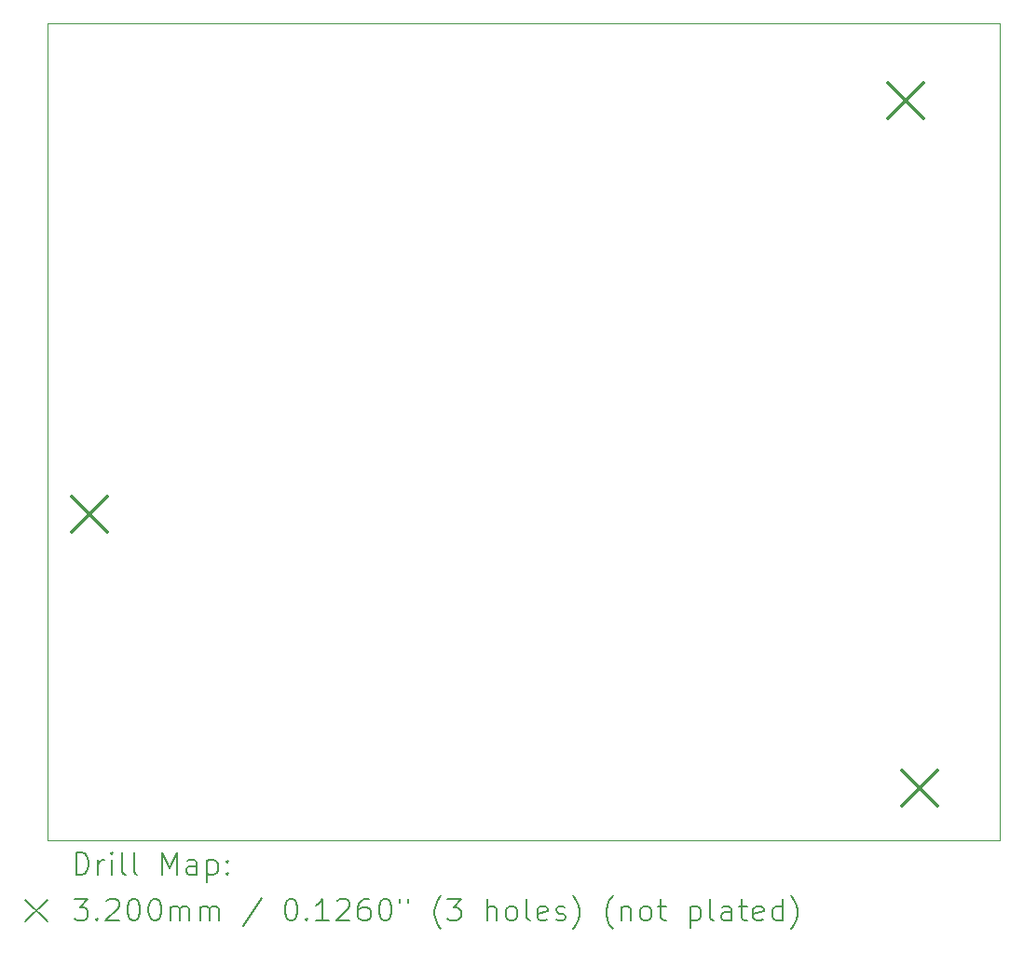
<source format=gbr>
%TF.GenerationSoftware,KiCad,Pcbnew,8.0.8-8.0.8-0~ubuntu20.04.1*%
%TF.CreationDate,2025-01-23T22:30:17-05:00*%
%TF.ProjectId,sub_pcb,7375625f-7063-4622-9e6b-696361645f70,rev?*%
%TF.SameCoordinates,Original*%
%TF.FileFunction,Drillmap*%
%TF.FilePolarity,Positive*%
%FSLAX45Y45*%
G04 Gerber Fmt 4.5, Leading zero omitted, Abs format (unit mm)*
G04 Created by KiCad (PCBNEW 8.0.8-8.0.8-0~ubuntu20.04.1) date 2025-01-23 22:30:17*
%MOMM*%
%LPD*%
G01*
G04 APERTURE LIST*
%ADD10C,0.050000*%
%ADD11C,0.200000*%
%ADD12C,0.320000*%
G04 APERTURE END LIST*
D10*
X7950000Y-2700000D02*
X8200000Y-2700000D01*
X7950000Y-10125000D02*
X7950000Y-2700000D01*
X16600000Y-10125000D02*
X7950000Y-10125000D01*
X16600000Y-2700000D02*
X16600000Y-10125000D01*
X8200000Y-2700000D02*
X16600000Y-2700000D01*
D11*
D12*
X8171200Y-7002800D02*
X8491200Y-7322800D01*
X8491200Y-7002800D02*
X8171200Y-7322800D01*
X15588000Y-3243600D02*
X15908000Y-3563600D01*
X15908000Y-3243600D02*
X15588000Y-3563600D01*
X15715000Y-9490000D02*
X16035000Y-9810000D01*
X16035000Y-9490000D02*
X15715000Y-9810000D01*
D11*
X8208277Y-10438984D02*
X8208277Y-10238984D01*
X8208277Y-10238984D02*
X8255896Y-10238984D01*
X8255896Y-10238984D02*
X8284467Y-10248508D01*
X8284467Y-10248508D02*
X8303515Y-10267555D01*
X8303515Y-10267555D02*
X8313039Y-10286603D01*
X8313039Y-10286603D02*
X8322562Y-10324698D01*
X8322562Y-10324698D02*
X8322562Y-10353270D01*
X8322562Y-10353270D02*
X8313039Y-10391365D01*
X8313039Y-10391365D02*
X8303515Y-10410412D01*
X8303515Y-10410412D02*
X8284467Y-10429460D01*
X8284467Y-10429460D02*
X8255896Y-10438984D01*
X8255896Y-10438984D02*
X8208277Y-10438984D01*
X8408277Y-10438984D02*
X8408277Y-10305650D01*
X8408277Y-10343746D02*
X8417801Y-10324698D01*
X8417801Y-10324698D02*
X8427324Y-10315174D01*
X8427324Y-10315174D02*
X8446372Y-10305650D01*
X8446372Y-10305650D02*
X8465420Y-10305650D01*
X8532086Y-10438984D02*
X8532086Y-10305650D01*
X8532086Y-10238984D02*
X8522563Y-10248508D01*
X8522563Y-10248508D02*
X8532086Y-10258031D01*
X8532086Y-10258031D02*
X8541610Y-10248508D01*
X8541610Y-10248508D02*
X8532086Y-10238984D01*
X8532086Y-10238984D02*
X8532086Y-10258031D01*
X8655896Y-10438984D02*
X8636848Y-10429460D01*
X8636848Y-10429460D02*
X8627324Y-10410412D01*
X8627324Y-10410412D02*
X8627324Y-10238984D01*
X8760658Y-10438984D02*
X8741610Y-10429460D01*
X8741610Y-10429460D02*
X8732086Y-10410412D01*
X8732086Y-10410412D02*
X8732086Y-10238984D01*
X8989229Y-10438984D02*
X8989229Y-10238984D01*
X8989229Y-10238984D02*
X9055896Y-10381841D01*
X9055896Y-10381841D02*
X9122563Y-10238984D01*
X9122563Y-10238984D02*
X9122563Y-10438984D01*
X9303515Y-10438984D02*
X9303515Y-10334222D01*
X9303515Y-10334222D02*
X9293991Y-10315174D01*
X9293991Y-10315174D02*
X9274944Y-10305650D01*
X9274944Y-10305650D02*
X9236848Y-10305650D01*
X9236848Y-10305650D02*
X9217801Y-10315174D01*
X9303515Y-10429460D02*
X9284467Y-10438984D01*
X9284467Y-10438984D02*
X9236848Y-10438984D01*
X9236848Y-10438984D02*
X9217801Y-10429460D01*
X9217801Y-10429460D02*
X9208277Y-10410412D01*
X9208277Y-10410412D02*
X9208277Y-10391365D01*
X9208277Y-10391365D02*
X9217801Y-10372317D01*
X9217801Y-10372317D02*
X9236848Y-10362793D01*
X9236848Y-10362793D02*
X9284467Y-10362793D01*
X9284467Y-10362793D02*
X9303515Y-10353270D01*
X9398753Y-10305650D02*
X9398753Y-10505650D01*
X9398753Y-10315174D02*
X9417801Y-10305650D01*
X9417801Y-10305650D02*
X9455896Y-10305650D01*
X9455896Y-10305650D02*
X9474944Y-10315174D01*
X9474944Y-10315174D02*
X9484467Y-10324698D01*
X9484467Y-10324698D02*
X9493991Y-10343746D01*
X9493991Y-10343746D02*
X9493991Y-10400889D01*
X9493991Y-10400889D02*
X9484467Y-10419936D01*
X9484467Y-10419936D02*
X9474944Y-10429460D01*
X9474944Y-10429460D02*
X9455896Y-10438984D01*
X9455896Y-10438984D02*
X9417801Y-10438984D01*
X9417801Y-10438984D02*
X9398753Y-10429460D01*
X9579705Y-10419936D02*
X9589229Y-10429460D01*
X9589229Y-10429460D02*
X9579705Y-10438984D01*
X9579705Y-10438984D02*
X9570182Y-10429460D01*
X9570182Y-10429460D02*
X9579705Y-10419936D01*
X9579705Y-10419936D02*
X9579705Y-10438984D01*
X9579705Y-10315174D02*
X9589229Y-10324698D01*
X9589229Y-10324698D02*
X9579705Y-10334222D01*
X9579705Y-10334222D02*
X9570182Y-10324698D01*
X9570182Y-10324698D02*
X9579705Y-10315174D01*
X9579705Y-10315174D02*
X9579705Y-10334222D01*
X7747500Y-10667500D02*
X7947500Y-10867500D01*
X7947500Y-10667500D02*
X7747500Y-10867500D01*
X8189229Y-10658984D02*
X8313039Y-10658984D01*
X8313039Y-10658984D02*
X8246372Y-10735174D01*
X8246372Y-10735174D02*
X8274943Y-10735174D01*
X8274943Y-10735174D02*
X8293991Y-10744698D01*
X8293991Y-10744698D02*
X8303515Y-10754222D01*
X8303515Y-10754222D02*
X8313039Y-10773270D01*
X8313039Y-10773270D02*
X8313039Y-10820889D01*
X8313039Y-10820889D02*
X8303515Y-10839936D01*
X8303515Y-10839936D02*
X8293991Y-10849460D01*
X8293991Y-10849460D02*
X8274943Y-10858984D01*
X8274943Y-10858984D02*
X8217801Y-10858984D01*
X8217801Y-10858984D02*
X8198753Y-10849460D01*
X8198753Y-10849460D02*
X8189229Y-10839936D01*
X8398753Y-10839936D02*
X8408277Y-10849460D01*
X8408277Y-10849460D02*
X8398753Y-10858984D01*
X8398753Y-10858984D02*
X8389229Y-10849460D01*
X8389229Y-10849460D02*
X8398753Y-10839936D01*
X8398753Y-10839936D02*
X8398753Y-10858984D01*
X8484467Y-10678031D02*
X8493991Y-10668508D01*
X8493991Y-10668508D02*
X8513039Y-10658984D01*
X8513039Y-10658984D02*
X8560658Y-10658984D01*
X8560658Y-10658984D02*
X8579705Y-10668508D01*
X8579705Y-10668508D02*
X8589229Y-10678031D01*
X8589229Y-10678031D02*
X8598753Y-10697079D01*
X8598753Y-10697079D02*
X8598753Y-10716127D01*
X8598753Y-10716127D02*
X8589229Y-10744698D01*
X8589229Y-10744698D02*
X8474944Y-10858984D01*
X8474944Y-10858984D02*
X8598753Y-10858984D01*
X8722563Y-10658984D02*
X8741610Y-10658984D01*
X8741610Y-10658984D02*
X8760658Y-10668508D01*
X8760658Y-10668508D02*
X8770182Y-10678031D01*
X8770182Y-10678031D02*
X8779705Y-10697079D01*
X8779705Y-10697079D02*
X8789229Y-10735174D01*
X8789229Y-10735174D02*
X8789229Y-10782793D01*
X8789229Y-10782793D02*
X8779705Y-10820889D01*
X8779705Y-10820889D02*
X8770182Y-10839936D01*
X8770182Y-10839936D02*
X8760658Y-10849460D01*
X8760658Y-10849460D02*
X8741610Y-10858984D01*
X8741610Y-10858984D02*
X8722563Y-10858984D01*
X8722563Y-10858984D02*
X8703515Y-10849460D01*
X8703515Y-10849460D02*
X8693991Y-10839936D01*
X8693991Y-10839936D02*
X8684467Y-10820889D01*
X8684467Y-10820889D02*
X8674944Y-10782793D01*
X8674944Y-10782793D02*
X8674944Y-10735174D01*
X8674944Y-10735174D02*
X8684467Y-10697079D01*
X8684467Y-10697079D02*
X8693991Y-10678031D01*
X8693991Y-10678031D02*
X8703515Y-10668508D01*
X8703515Y-10668508D02*
X8722563Y-10658984D01*
X8913039Y-10658984D02*
X8932086Y-10658984D01*
X8932086Y-10658984D02*
X8951134Y-10668508D01*
X8951134Y-10668508D02*
X8960658Y-10678031D01*
X8960658Y-10678031D02*
X8970182Y-10697079D01*
X8970182Y-10697079D02*
X8979705Y-10735174D01*
X8979705Y-10735174D02*
X8979705Y-10782793D01*
X8979705Y-10782793D02*
X8970182Y-10820889D01*
X8970182Y-10820889D02*
X8960658Y-10839936D01*
X8960658Y-10839936D02*
X8951134Y-10849460D01*
X8951134Y-10849460D02*
X8932086Y-10858984D01*
X8932086Y-10858984D02*
X8913039Y-10858984D01*
X8913039Y-10858984D02*
X8893991Y-10849460D01*
X8893991Y-10849460D02*
X8884467Y-10839936D01*
X8884467Y-10839936D02*
X8874944Y-10820889D01*
X8874944Y-10820889D02*
X8865420Y-10782793D01*
X8865420Y-10782793D02*
X8865420Y-10735174D01*
X8865420Y-10735174D02*
X8874944Y-10697079D01*
X8874944Y-10697079D02*
X8884467Y-10678031D01*
X8884467Y-10678031D02*
X8893991Y-10668508D01*
X8893991Y-10668508D02*
X8913039Y-10658984D01*
X9065420Y-10858984D02*
X9065420Y-10725650D01*
X9065420Y-10744698D02*
X9074944Y-10735174D01*
X9074944Y-10735174D02*
X9093991Y-10725650D01*
X9093991Y-10725650D02*
X9122563Y-10725650D01*
X9122563Y-10725650D02*
X9141610Y-10735174D01*
X9141610Y-10735174D02*
X9151134Y-10754222D01*
X9151134Y-10754222D02*
X9151134Y-10858984D01*
X9151134Y-10754222D02*
X9160658Y-10735174D01*
X9160658Y-10735174D02*
X9179705Y-10725650D01*
X9179705Y-10725650D02*
X9208277Y-10725650D01*
X9208277Y-10725650D02*
X9227325Y-10735174D01*
X9227325Y-10735174D02*
X9236848Y-10754222D01*
X9236848Y-10754222D02*
X9236848Y-10858984D01*
X9332086Y-10858984D02*
X9332086Y-10725650D01*
X9332086Y-10744698D02*
X9341610Y-10735174D01*
X9341610Y-10735174D02*
X9360658Y-10725650D01*
X9360658Y-10725650D02*
X9389229Y-10725650D01*
X9389229Y-10725650D02*
X9408277Y-10735174D01*
X9408277Y-10735174D02*
X9417801Y-10754222D01*
X9417801Y-10754222D02*
X9417801Y-10858984D01*
X9417801Y-10754222D02*
X9427325Y-10735174D01*
X9427325Y-10735174D02*
X9446372Y-10725650D01*
X9446372Y-10725650D02*
X9474944Y-10725650D01*
X9474944Y-10725650D02*
X9493991Y-10735174D01*
X9493991Y-10735174D02*
X9503515Y-10754222D01*
X9503515Y-10754222D02*
X9503515Y-10858984D01*
X9893991Y-10649460D02*
X9722563Y-10906603D01*
X10151134Y-10658984D02*
X10170182Y-10658984D01*
X10170182Y-10658984D02*
X10189229Y-10668508D01*
X10189229Y-10668508D02*
X10198753Y-10678031D01*
X10198753Y-10678031D02*
X10208277Y-10697079D01*
X10208277Y-10697079D02*
X10217801Y-10735174D01*
X10217801Y-10735174D02*
X10217801Y-10782793D01*
X10217801Y-10782793D02*
X10208277Y-10820889D01*
X10208277Y-10820889D02*
X10198753Y-10839936D01*
X10198753Y-10839936D02*
X10189229Y-10849460D01*
X10189229Y-10849460D02*
X10170182Y-10858984D01*
X10170182Y-10858984D02*
X10151134Y-10858984D01*
X10151134Y-10858984D02*
X10132087Y-10849460D01*
X10132087Y-10849460D02*
X10122563Y-10839936D01*
X10122563Y-10839936D02*
X10113039Y-10820889D01*
X10113039Y-10820889D02*
X10103515Y-10782793D01*
X10103515Y-10782793D02*
X10103515Y-10735174D01*
X10103515Y-10735174D02*
X10113039Y-10697079D01*
X10113039Y-10697079D02*
X10122563Y-10678031D01*
X10122563Y-10678031D02*
X10132087Y-10668508D01*
X10132087Y-10668508D02*
X10151134Y-10658984D01*
X10303515Y-10839936D02*
X10313039Y-10849460D01*
X10313039Y-10849460D02*
X10303515Y-10858984D01*
X10303515Y-10858984D02*
X10293991Y-10849460D01*
X10293991Y-10849460D02*
X10303515Y-10839936D01*
X10303515Y-10839936D02*
X10303515Y-10858984D01*
X10503515Y-10858984D02*
X10389229Y-10858984D01*
X10446372Y-10858984D02*
X10446372Y-10658984D01*
X10446372Y-10658984D02*
X10427325Y-10687555D01*
X10427325Y-10687555D02*
X10408277Y-10706603D01*
X10408277Y-10706603D02*
X10389229Y-10716127D01*
X10579706Y-10678031D02*
X10589229Y-10668508D01*
X10589229Y-10668508D02*
X10608277Y-10658984D01*
X10608277Y-10658984D02*
X10655896Y-10658984D01*
X10655896Y-10658984D02*
X10674944Y-10668508D01*
X10674944Y-10668508D02*
X10684468Y-10678031D01*
X10684468Y-10678031D02*
X10693991Y-10697079D01*
X10693991Y-10697079D02*
X10693991Y-10716127D01*
X10693991Y-10716127D02*
X10684468Y-10744698D01*
X10684468Y-10744698D02*
X10570182Y-10858984D01*
X10570182Y-10858984D02*
X10693991Y-10858984D01*
X10865420Y-10658984D02*
X10827325Y-10658984D01*
X10827325Y-10658984D02*
X10808277Y-10668508D01*
X10808277Y-10668508D02*
X10798753Y-10678031D01*
X10798753Y-10678031D02*
X10779706Y-10706603D01*
X10779706Y-10706603D02*
X10770182Y-10744698D01*
X10770182Y-10744698D02*
X10770182Y-10820889D01*
X10770182Y-10820889D02*
X10779706Y-10839936D01*
X10779706Y-10839936D02*
X10789229Y-10849460D01*
X10789229Y-10849460D02*
X10808277Y-10858984D01*
X10808277Y-10858984D02*
X10846372Y-10858984D01*
X10846372Y-10858984D02*
X10865420Y-10849460D01*
X10865420Y-10849460D02*
X10874944Y-10839936D01*
X10874944Y-10839936D02*
X10884468Y-10820889D01*
X10884468Y-10820889D02*
X10884468Y-10773270D01*
X10884468Y-10773270D02*
X10874944Y-10754222D01*
X10874944Y-10754222D02*
X10865420Y-10744698D01*
X10865420Y-10744698D02*
X10846372Y-10735174D01*
X10846372Y-10735174D02*
X10808277Y-10735174D01*
X10808277Y-10735174D02*
X10789229Y-10744698D01*
X10789229Y-10744698D02*
X10779706Y-10754222D01*
X10779706Y-10754222D02*
X10770182Y-10773270D01*
X11008277Y-10658984D02*
X11027325Y-10658984D01*
X11027325Y-10658984D02*
X11046372Y-10668508D01*
X11046372Y-10668508D02*
X11055896Y-10678031D01*
X11055896Y-10678031D02*
X11065420Y-10697079D01*
X11065420Y-10697079D02*
X11074944Y-10735174D01*
X11074944Y-10735174D02*
X11074944Y-10782793D01*
X11074944Y-10782793D02*
X11065420Y-10820889D01*
X11065420Y-10820889D02*
X11055896Y-10839936D01*
X11055896Y-10839936D02*
X11046372Y-10849460D01*
X11046372Y-10849460D02*
X11027325Y-10858984D01*
X11027325Y-10858984D02*
X11008277Y-10858984D01*
X11008277Y-10858984D02*
X10989229Y-10849460D01*
X10989229Y-10849460D02*
X10979706Y-10839936D01*
X10979706Y-10839936D02*
X10970182Y-10820889D01*
X10970182Y-10820889D02*
X10960658Y-10782793D01*
X10960658Y-10782793D02*
X10960658Y-10735174D01*
X10960658Y-10735174D02*
X10970182Y-10697079D01*
X10970182Y-10697079D02*
X10979706Y-10678031D01*
X10979706Y-10678031D02*
X10989229Y-10668508D01*
X10989229Y-10668508D02*
X11008277Y-10658984D01*
X11151134Y-10658984D02*
X11151134Y-10697079D01*
X11227325Y-10658984D02*
X11227325Y-10697079D01*
X11522563Y-10935174D02*
X11513039Y-10925650D01*
X11513039Y-10925650D02*
X11493991Y-10897079D01*
X11493991Y-10897079D02*
X11484468Y-10878031D01*
X11484468Y-10878031D02*
X11474944Y-10849460D01*
X11474944Y-10849460D02*
X11465420Y-10801841D01*
X11465420Y-10801841D02*
X11465420Y-10763746D01*
X11465420Y-10763746D02*
X11474944Y-10716127D01*
X11474944Y-10716127D02*
X11484468Y-10687555D01*
X11484468Y-10687555D02*
X11493991Y-10668508D01*
X11493991Y-10668508D02*
X11513039Y-10639936D01*
X11513039Y-10639936D02*
X11522563Y-10630412D01*
X11579706Y-10658984D02*
X11703515Y-10658984D01*
X11703515Y-10658984D02*
X11636848Y-10735174D01*
X11636848Y-10735174D02*
X11665420Y-10735174D01*
X11665420Y-10735174D02*
X11684468Y-10744698D01*
X11684468Y-10744698D02*
X11693991Y-10754222D01*
X11693991Y-10754222D02*
X11703515Y-10773270D01*
X11703515Y-10773270D02*
X11703515Y-10820889D01*
X11703515Y-10820889D02*
X11693991Y-10839936D01*
X11693991Y-10839936D02*
X11684468Y-10849460D01*
X11684468Y-10849460D02*
X11665420Y-10858984D01*
X11665420Y-10858984D02*
X11608277Y-10858984D01*
X11608277Y-10858984D02*
X11589229Y-10849460D01*
X11589229Y-10849460D02*
X11579706Y-10839936D01*
X11941610Y-10858984D02*
X11941610Y-10658984D01*
X12027325Y-10858984D02*
X12027325Y-10754222D01*
X12027325Y-10754222D02*
X12017801Y-10735174D01*
X12017801Y-10735174D02*
X11998753Y-10725650D01*
X11998753Y-10725650D02*
X11970182Y-10725650D01*
X11970182Y-10725650D02*
X11951134Y-10735174D01*
X11951134Y-10735174D02*
X11941610Y-10744698D01*
X12151134Y-10858984D02*
X12132087Y-10849460D01*
X12132087Y-10849460D02*
X12122563Y-10839936D01*
X12122563Y-10839936D02*
X12113039Y-10820889D01*
X12113039Y-10820889D02*
X12113039Y-10763746D01*
X12113039Y-10763746D02*
X12122563Y-10744698D01*
X12122563Y-10744698D02*
X12132087Y-10735174D01*
X12132087Y-10735174D02*
X12151134Y-10725650D01*
X12151134Y-10725650D02*
X12179706Y-10725650D01*
X12179706Y-10725650D02*
X12198753Y-10735174D01*
X12198753Y-10735174D02*
X12208277Y-10744698D01*
X12208277Y-10744698D02*
X12217801Y-10763746D01*
X12217801Y-10763746D02*
X12217801Y-10820889D01*
X12217801Y-10820889D02*
X12208277Y-10839936D01*
X12208277Y-10839936D02*
X12198753Y-10849460D01*
X12198753Y-10849460D02*
X12179706Y-10858984D01*
X12179706Y-10858984D02*
X12151134Y-10858984D01*
X12332087Y-10858984D02*
X12313039Y-10849460D01*
X12313039Y-10849460D02*
X12303515Y-10830412D01*
X12303515Y-10830412D02*
X12303515Y-10658984D01*
X12484468Y-10849460D02*
X12465420Y-10858984D01*
X12465420Y-10858984D02*
X12427325Y-10858984D01*
X12427325Y-10858984D02*
X12408277Y-10849460D01*
X12408277Y-10849460D02*
X12398753Y-10830412D01*
X12398753Y-10830412D02*
X12398753Y-10754222D01*
X12398753Y-10754222D02*
X12408277Y-10735174D01*
X12408277Y-10735174D02*
X12427325Y-10725650D01*
X12427325Y-10725650D02*
X12465420Y-10725650D01*
X12465420Y-10725650D02*
X12484468Y-10735174D01*
X12484468Y-10735174D02*
X12493991Y-10754222D01*
X12493991Y-10754222D02*
X12493991Y-10773270D01*
X12493991Y-10773270D02*
X12398753Y-10792317D01*
X12570182Y-10849460D02*
X12589230Y-10858984D01*
X12589230Y-10858984D02*
X12627325Y-10858984D01*
X12627325Y-10858984D02*
X12646372Y-10849460D01*
X12646372Y-10849460D02*
X12655896Y-10830412D01*
X12655896Y-10830412D02*
X12655896Y-10820889D01*
X12655896Y-10820889D02*
X12646372Y-10801841D01*
X12646372Y-10801841D02*
X12627325Y-10792317D01*
X12627325Y-10792317D02*
X12598753Y-10792317D01*
X12598753Y-10792317D02*
X12579706Y-10782793D01*
X12579706Y-10782793D02*
X12570182Y-10763746D01*
X12570182Y-10763746D02*
X12570182Y-10754222D01*
X12570182Y-10754222D02*
X12579706Y-10735174D01*
X12579706Y-10735174D02*
X12598753Y-10725650D01*
X12598753Y-10725650D02*
X12627325Y-10725650D01*
X12627325Y-10725650D02*
X12646372Y-10735174D01*
X12722563Y-10935174D02*
X12732087Y-10925650D01*
X12732087Y-10925650D02*
X12751134Y-10897079D01*
X12751134Y-10897079D02*
X12760658Y-10878031D01*
X12760658Y-10878031D02*
X12770182Y-10849460D01*
X12770182Y-10849460D02*
X12779706Y-10801841D01*
X12779706Y-10801841D02*
X12779706Y-10763746D01*
X12779706Y-10763746D02*
X12770182Y-10716127D01*
X12770182Y-10716127D02*
X12760658Y-10687555D01*
X12760658Y-10687555D02*
X12751134Y-10668508D01*
X12751134Y-10668508D02*
X12732087Y-10639936D01*
X12732087Y-10639936D02*
X12722563Y-10630412D01*
X13084468Y-10935174D02*
X13074944Y-10925650D01*
X13074944Y-10925650D02*
X13055896Y-10897079D01*
X13055896Y-10897079D02*
X13046372Y-10878031D01*
X13046372Y-10878031D02*
X13036849Y-10849460D01*
X13036849Y-10849460D02*
X13027325Y-10801841D01*
X13027325Y-10801841D02*
X13027325Y-10763746D01*
X13027325Y-10763746D02*
X13036849Y-10716127D01*
X13036849Y-10716127D02*
X13046372Y-10687555D01*
X13046372Y-10687555D02*
X13055896Y-10668508D01*
X13055896Y-10668508D02*
X13074944Y-10639936D01*
X13074944Y-10639936D02*
X13084468Y-10630412D01*
X13160658Y-10725650D02*
X13160658Y-10858984D01*
X13160658Y-10744698D02*
X13170182Y-10735174D01*
X13170182Y-10735174D02*
X13189230Y-10725650D01*
X13189230Y-10725650D02*
X13217801Y-10725650D01*
X13217801Y-10725650D02*
X13236849Y-10735174D01*
X13236849Y-10735174D02*
X13246372Y-10754222D01*
X13246372Y-10754222D02*
X13246372Y-10858984D01*
X13370182Y-10858984D02*
X13351134Y-10849460D01*
X13351134Y-10849460D02*
X13341611Y-10839936D01*
X13341611Y-10839936D02*
X13332087Y-10820889D01*
X13332087Y-10820889D02*
X13332087Y-10763746D01*
X13332087Y-10763746D02*
X13341611Y-10744698D01*
X13341611Y-10744698D02*
X13351134Y-10735174D01*
X13351134Y-10735174D02*
X13370182Y-10725650D01*
X13370182Y-10725650D02*
X13398753Y-10725650D01*
X13398753Y-10725650D02*
X13417801Y-10735174D01*
X13417801Y-10735174D02*
X13427325Y-10744698D01*
X13427325Y-10744698D02*
X13436849Y-10763746D01*
X13436849Y-10763746D02*
X13436849Y-10820889D01*
X13436849Y-10820889D02*
X13427325Y-10839936D01*
X13427325Y-10839936D02*
X13417801Y-10849460D01*
X13417801Y-10849460D02*
X13398753Y-10858984D01*
X13398753Y-10858984D02*
X13370182Y-10858984D01*
X13493992Y-10725650D02*
X13570182Y-10725650D01*
X13522563Y-10658984D02*
X13522563Y-10830412D01*
X13522563Y-10830412D02*
X13532087Y-10849460D01*
X13532087Y-10849460D02*
X13551134Y-10858984D01*
X13551134Y-10858984D02*
X13570182Y-10858984D01*
X13789230Y-10725650D02*
X13789230Y-10925650D01*
X13789230Y-10735174D02*
X13808277Y-10725650D01*
X13808277Y-10725650D02*
X13846373Y-10725650D01*
X13846373Y-10725650D02*
X13865420Y-10735174D01*
X13865420Y-10735174D02*
X13874944Y-10744698D01*
X13874944Y-10744698D02*
X13884468Y-10763746D01*
X13884468Y-10763746D02*
X13884468Y-10820889D01*
X13884468Y-10820889D02*
X13874944Y-10839936D01*
X13874944Y-10839936D02*
X13865420Y-10849460D01*
X13865420Y-10849460D02*
X13846373Y-10858984D01*
X13846373Y-10858984D02*
X13808277Y-10858984D01*
X13808277Y-10858984D02*
X13789230Y-10849460D01*
X13998753Y-10858984D02*
X13979706Y-10849460D01*
X13979706Y-10849460D02*
X13970182Y-10830412D01*
X13970182Y-10830412D02*
X13970182Y-10658984D01*
X14160658Y-10858984D02*
X14160658Y-10754222D01*
X14160658Y-10754222D02*
X14151134Y-10735174D01*
X14151134Y-10735174D02*
X14132087Y-10725650D01*
X14132087Y-10725650D02*
X14093992Y-10725650D01*
X14093992Y-10725650D02*
X14074944Y-10735174D01*
X14160658Y-10849460D02*
X14141611Y-10858984D01*
X14141611Y-10858984D02*
X14093992Y-10858984D01*
X14093992Y-10858984D02*
X14074944Y-10849460D01*
X14074944Y-10849460D02*
X14065420Y-10830412D01*
X14065420Y-10830412D02*
X14065420Y-10811365D01*
X14065420Y-10811365D02*
X14074944Y-10792317D01*
X14074944Y-10792317D02*
X14093992Y-10782793D01*
X14093992Y-10782793D02*
X14141611Y-10782793D01*
X14141611Y-10782793D02*
X14160658Y-10773270D01*
X14227325Y-10725650D02*
X14303515Y-10725650D01*
X14255896Y-10658984D02*
X14255896Y-10830412D01*
X14255896Y-10830412D02*
X14265420Y-10849460D01*
X14265420Y-10849460D02*
X14284468Y-10858984D01*
X14284468Y-10858984D02*
X14303515Y-10858984D01*
X14446373Y-10849460D02*
X14427325Y-10858984D01*
X14427325Y-10858984D02*
X14389230Y-10858984D01*
X14389230Y-10858984D02*
X14370182Y-10849460D01*
X14370182Y-10849460D02*
X14360658Y-10830412D01*
X14360658Y-10830412D02*
X14360658Y-10754222D01*
X14360658Y-10754222D02*
X14370182Y-10735174D01*
X14370182Y-10735174D02*
X14389230Y-10725650D01*
X14389230Y-10725650D02*
X14427325Y-10725650D01*
X14427325Y-10725650D02*
X14446373Y-10735174D01*
X14446373Y-10735174D02*
X14455896Y-10754222D01*
X14455896Y-10754222D02*
X14455896Y-10773270D01*
X14455896Y-10773270D02*
X14360658Y-10792317D01*
X14627325Y-10858984D02*
X14627325Y-10658984D01*
X14627325Y-10849460D02*
X14608277Y-10858984D01*
X14608277Y-10858984D02*
X14570182Y-10858984D01*
X14570182Y-10858984D02*
X14551134Y-10849460D01*
X14551134Y-10849460D02*
X14541611Y-10839936D01*
X14541611Y-10839936D02*
X14532087Y-10820889D01*
X14532087Y-10820889D02*
X14532087Y-10763746D01*
X14532087Y-10763746D02*
X14541611Y-10744698D01*
X14541611Y-10744698D02*
X14551134Y-10735174D01*
X14551134Y-10735174D02*
X14570182Y-10725650D01*
X14570182Y-10725650D02*
X14608277Y-10725650D01*
X14608277Y-10725650D02*
X14627325Y-10735174D01*
X14703515Y-10935174D02*
X14713039Y-10925650D01*
X14713039Y-10925650D02*
X14732087Y-10897079D01*
X14732087Y-10897079D02*
X14741611Y-10878031D01*
X14741611Y-10878031D02*
X14751134Y-10849460D01*
X14751134Y-10849460D02*
X14760658Y-10801841D01*
X14760658Y-10801841D02*
X14760658Y-10763746D01*
X14760658Y-10763746D02*
X14751134Y-10716127D01*
X14751134Y-10716127D02*
X14741611Y-10687555D01*
X14741611Y-10687555D02*
X14732087Y-10668508D01*
X14732087Y-10668508D02*
X14713039Y-10639936D01*
X14713039Y-10639936D02*
X14703515Y-10630412D01*
M02*

</source>
